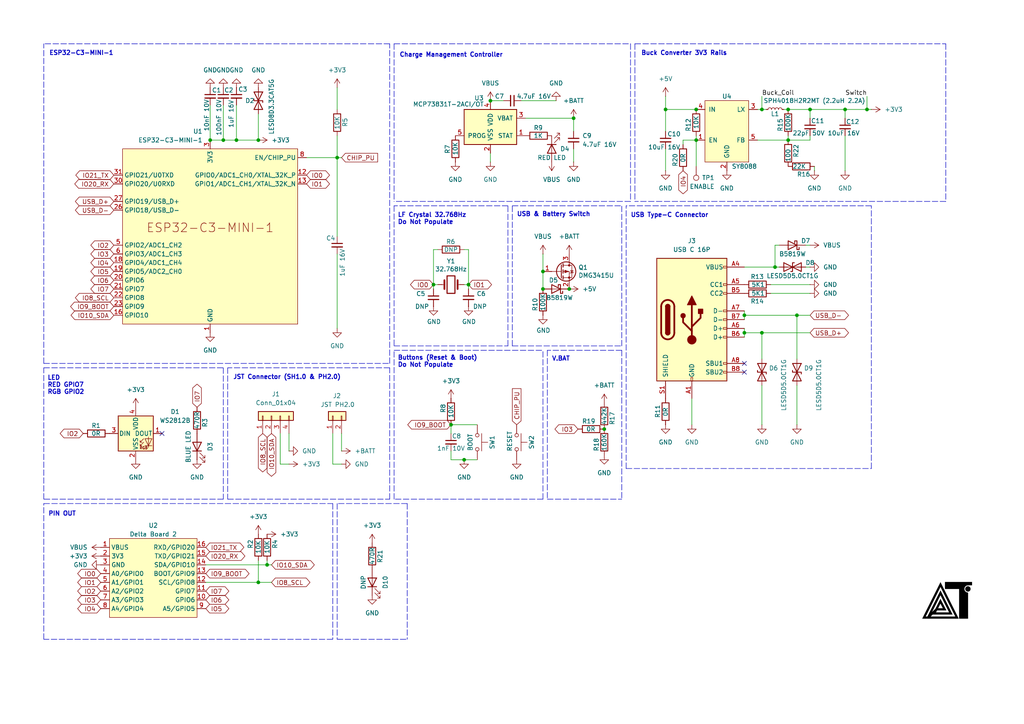
<source format=kicad_sch>
(kicad_sch (version 20231120) (generator "eeschema") (generator_version "8.0")
  (paper "A4")
  (title_block (title "esp-unit-c3-v3") (date "2025-05-04") (rev "3.0"))
  (junction (at 224.79 77.47))
  (junction (at 60.96 40.64))
  (junction (at 193.04 31.75))
  (junction (at 231.14 91.44))
  (junction (at 74.93 40.64))
  (junction (at 234.95 31.75))
  (junction (at 64.77 40.64))
  (junction (at 175.26 124.46))
  (junction (at 215.9 91.44))
  (junction (at 97.79 45.72))
  (junction (at 251.46 31.75))
  (junction (at 134.62 133.35))
  (junction (at 220.98 31.75))
  (junction (at 142.24 29.21))
  (junction (at 166.37 34.29))
  (junction (at 245.11 31.75))
  (junction (at 68.58 40.64))
  (junction (at 77.47 163.83))
  (junction (at 220.98 96.52))
  (junction (at 215.9 96.52))
  (junction (at 157.48 83.82))
  (junction (at 228.6 31.75))
  (junction (at 201.93 31.75))
  (junction (at 125.73 82.55))
  (junction (at 130.81 123.19))
  (junction (at 228.6 40.64))
  (junction (at 165.1 83.82))
  (junction (at 135.89 82.55))
  (junction (at 201.93 40.64))
  (junction (at 74.93 168.91))
  (junction (at 157.48 78.74))
  (no_connect (at 215.9 107.95))
  (no_connect (at 46.99 125.73))
  (no_connect (at 215.9 105.41))
  (wire (pts (xy 193.04 38.1) (xy 193.04 31.75)))
  (wire (pts (xy 224.79 77.47) (xy 226.06 77.47)))
  (wire (pts (xy 220.98 31.75) (xy 222.25 31.75)))
  (wire (pts (xy 251.46 27.94) (xy 251.46 31.75)))
  (wire (pts (xy 231.14 91.44) (xy 234.95 91.44)))
  (wire (pts (xy 74.93 40.64) (xy 74.93 33.02)))
  (polyline (pts (xy 12.7 105.41) (xy 12.7 12.7)) (stroke (width 0) (type dash)))
  (wire (pts (xy 99.06 134.62) (xy 96.52 134.62)))
  (wire (pts (xy 236.22 49.53) (xy 236.22 48.26)))
  (wire (pts (xy 234.95 71.12) (xy 233.68 71.12)))
  (wire (pts (xy 234.95 39.37) (xy 234.95 40.64)))
  (wire (pts (xy 146.05 29.21) (xy 142.24 29.21)))
  (wire (pts (xy 231.14 91.44) (xy 215.9 91.44)))
  (wire (pts (xy 234.95 34.29) (xy 234.95 31.75)))
  (polyline (pts (xy 12.7 105.41) (xy 113.03 105.41)) (stroke (width 0) (type dash)))
  (polyline (pts (xy 182.88 58.42) (xy 114.3 58.42)) (stroke (width 0) (type dash)))
  (polyline (pts (xy 157.48 144.78) (xy 114.3 144.78)) (stroke (width 0) (type dash)))
  (polyline (pts (xy 252.73 59.69) (xy 181.61 59.69)) (stroke (width 0) (type dash)))
  (wire (pts (xy 157.48 78.74) (xy 157.48 83.82)))
  (wire (pts (xy 77.47 163.83) (xy 78.74 163.83)))
  (wire (pts (xy 193.04 31.75) (xy 201.93 31.75)))
  (wire (pts (xy 157.48 73.66) (xy 157.48 78.74)))
  (polyline (pts (xy 97.79 146.05) (xy 97.79 185.42)) (stroke (width 0) (type dash)))
  (wire (pts (xy 234.95 31.75) (xy 245.11 31.75)))
  (wire (pts (xy 130.81 123.19) (xy 130.81 125.73)))
  (wire (pts (xy 74.93 162.56) (xy 74.93 168.91)))
  (wire (pts (xy 220.98 123.19) (xy 220.98 111.76)))
  (polyline (pts (xy 12.7 146.05) (xy 96.52 146.05)) (stroke (width 0) (type dash)))
  (polyline (pts (xy 147.32 59.69) (xy 114.3 59.69)) (stroke (width 0) (type dash)))
  (wire (pts (xy 215.9 96.52) (xy 220.98 96.52)))
  (wire (pts (xy 220.98 96.52) (xy 220.98 104.14)))
  (wire (pts (xy 228.6 39.37) (xy 228.6 40.64)))
  (wire (pts (xy 81.28 134.62) (xy 81.28 125.73)))
  (wire (pts (xy 193.04 27.94) (xy 193.04 31.75)))
  (wire (pts (xy 97.79 95.25) (xy 97.79 73.66)))
  (wire (pts (xy 83.82 125.73) (xy 83.82 130.81)))
  (polyline (pts (xy 158.75 144.78) (xy 180.34 144.78)) (stroke (width 0) (type dash)))
  (polyline (pts (xy 148.59 100.33) (xy 148.59 59.69)) (stroke (width 0) (type dash)))
  (wire (pts (xy 228.6 40.64) (xy 219.71 40.64)))
  (wire (pts (xy 99.06 130.81) (xy 99.06 125.73)))
  (polyline (pts (xy 12.7 185.42) (xy 12.7 146.05)) (stroke (width 0) (type dash)))
  (wire (pts (xy 166.37 38.1) (xy 166.37 34.29)))
  (wire (pts (xy 97.79 25.4) (xy 97.79 31.75)))
  (wire (pts (xy 215.9 96.52) (xy 215.9 97.79)))
  (polyline (pts (xy 113.03 106.68) (xy 66.04 106.68)) (stroke (width 0) (type dash)))
  (wire (pts (xy 135.89 82.55) (xy 134.62 82.55)))
  (polyline (pts (xy 181.61 135.89) (xy 252.73 135.89)) (stroke (width 0) (type dash)))
  (wire (pts (xy 215.9 77.47) (xy 224.79 77.47)))
  (wire (pts (xy 215.9 90.17) (xy 215.9 91.44)))
  (wire (pts (xy 215.9 95.25) (xy 215.9 96.52)))
  (polyline (pts (xy 148.59 100.33) (xy 180.34 100.33)) (stroke (width 0) (type dash)))
  (wire (pts (xy 166.37 46.99) (xy 166.37 43.18)))
  (polyline (pts (xy 147.32 100.33) (xy 147.32 59.69)) (stroke (width 0) (type dash)))
  (polyline (pts (xy 96.52 185.42) (xy 12.7 185.42)) (stroke (width 0) (type dash)))
  (polyline (pts (xy 113.03 144.78) (xy 113.03 106.68)) (stroke (width 0) (type dash)))
  (polyline (pts (xy 181.61 135.89) (xy 181.61 59.69)) (stroke (width 0) (type dash)))
  (wire (pts (xy 251.46 31.75) (xy 252.73 31.75)))
  (wire (pts (xy 77.47 163.83) (xy 59.69 163.83)))
  (wire (pts (xy 125.73 72.39) (xy 125.73 82.55)))
  (polyline (pts (xy 184.15 12.7) (xy 184.15 58.42)) (stroke (width 0) (type dash)))
  (polyline (pts (xy 114.3 100.33) (xy 147.32 100.33)) (stroke (width 0) (type dash)))
  (wire (pts (xy 198.12 40.64) (xy 201.93 40.64)))
  (polyline (pts (xy 113.03 105.41) (xy 113.03 12.7)) (stroke (width 0) (type dash)))
  (wire (pts (xy 231.14 111.76) (xy 231.14 123.19)))
  (polyline (pts (xy 274.32 58.42) (xy 184.15 58.42)) (stroke (width 0) (type dash)))
  (wire (pts (xy 245.11 49.53) (xy 245.11 39.37)))
  (wire (pts (xy 130.81 123.19) (xy 138.43 123.19)))
  (wire (pts (xy 198.12 41.91) (xy 198.12 40.64)))
  (wire (pts (xy 127 72.39) (xy 125.73 72.39)))
  (wire (pts (xy 88.9 45.72) (xy 97.79 45.72)))
  (wire (pts (xy 77.47 162.56) (xy 77.47 163.83)))
  (wire (pts (xy 201.93 39.37) (xy 201.93 40.64)))
  (wire (pts (xy 220.98 27.94) (xy 220.98 31.75)))
  (wire (pts (xy 97.79 39.37) (xy 97.79 45.72)))
  (polyline (pts (xy 157.48 144.78) (xy 157.48 101.6)) (stroke (width 0) (type dash)))
  (polyline (pts (xy 66.04 106.68) (xy 66.04 144.78)) (stroke (width 0) (type dash)))
  (wire (pts (xy 220.98 96.52) (xy 234.95 96.52)))
  (wire (pts (xy 83.82 134.62) (xy 81.28 134.62)))
  (wire (pts (xy 245.11 31.75) (xy 251.46 31.75)))
  (wire (pts (xy 234.95 82.55) (xy 223.52 82.55)))
  (wire (pts (xy 245.11 31.75) (xy 245.11 34.29)))
  (polyline (pts (xy 96.52 146.05) (xy 96.52 185.42)) (stroke (width 0) (type dash)))
  (wire (pts (xy 134.62 72.39) (xy 135.89 72.39)))
  (wire (pts (xy 228.6 31.75) (xy 227.33 31.75)))
  (polyline (pts (xy 12.7 144.78) (xy 12.7 106.68)) (stroke (width 0) (type dash)))
  (polyline (pts (xy 114.3 12.7) (xy 114.3 58.42)) (stroke (width 0) (type dash)))
  (polyline (pts (xy 114.3 144.78) (xy 114.3 101.6)) (stroke (width 0) (type dash)))
  (polyline (pts (xy 180.34 101.6) (xy 158.75 101.6)) (stroke (width 0) (type dash)))
  (wire (pts (xy 231.14 104.14) (xy 231.14 91.44)))
  (wire (pts (xy 142.24 46.99) (xy 142.24 44.45)))
  (polyline (pts (xy 158.75 101.6) (xy 158.75 144.78)) (stroke (width 0) (type dash)))
  (wire (pts (xy 234.95 85.09) (xy 223.52 85.09)))
  (polyline (pts (xy 180.34 101.6) (xy 180.34 144.78)) (stroke (width 0) (type dash)))
  (wire (pts (xy 234.95 77.47) (xy 233.68 77.47)))
  (polyline (pts (xy 180.34 100.33) (xy 180.34 59.69)) (stroke (width 0) (type dash)))
  (wire (pts (xy 193.04 49.53) (xy 193.04 43.18)))
  (wire (pts (xy 224.79 71.12) (xy 224.79 77.47)))
  (polyline (pts (xy 184.15 12.7) (xy 274.32 12.7)) (stroke (width 0) (type dash)))
  (wire (pts (xy 125.73 82.55) (xy 127 82.55)))
  (polyline (pts (xy 274.32 12.7) (xy 274.32 58.42)) (stroke (width 0) (type dash)))
  (wire (pts (xy 161.29 29.21) (xy 151.13 29.21)))
  (wire (pts (xy 60.96 40.64) (xy 64.77 40.64)))
  (wire (pts (xy 64.77 40.64) (xy 68.58 40.64)))
  (wire (pts (xy 201.93 48.26) (xy 201.93 40.64)))
  (wire (pts (xy 59.69 168.91) (xy 74.93 168.91)))
  (wire (pts (xy 125.73 83.82) (xy 125.73 82.55)))
  (polyline (pts (xy 148.59 59.69) (xy 180.34 59.69)) (stroke (width 0) (type dash)))
  (polyline (pts (xy 66.04 144.78) (xy 113.03 144.78)) (stroke (width 0) (type dash)))
  (wire (pts (xy 234.95 40.64) (xy 228.6 40.64)))
  (polyline (pts (xy 252.73 135.89) (xy 252.73 59.69)) (stroke (width 0) (type dash)))
  (wire (pts (xy 224.79 71.12) (xy 226.06 71.12)))
  (wire (pts (xy 74.93 168.91) (xy 78.74 168.91)))
  (wire (pts (xy 234.95 31.75) (xy 228.6 31.75)))
  (wire (pts (xy 138.43 133.35) (xy 134.62 133.35)))
  (wire (pts (xy 68.58 40.64) (xy 74.93 40.64)))
  (polyline (pts (xy 118.11 146.05) (xy 118.11 185.42)) (stroke (width 0) (type dash)))
  (wire (pts (xy 135.89 72.39) (xy 135.89 82.55)))
  (wire (pts (xy 60.96 30.48) (xy 60.96 40.64)))
  (polyline (pts (xy 113.03 12.7) (xy 12.7 12.7)) (stroke (width 0) (type dash)))
  (wire (pts (xy 135.89 83.82) (xy 135.89 82.55)))
  (polyline (pts (xy 64.77 144.78) (xy 12.7 144.78)) (stroke (width 0) (type dash)))
  (polyline (pts (xy 114.3 59.69) (xy 114.3 100.33)) (stroke (width 0) (type dash)))
  (polyline (pts (xy 182.88 12.7) (xy 182.88 58.42)) (stroke (width 0) (type dash)))
  (wire (pts (xy 219.71 31.75) (xy 220.98 31.75)))
  (wire (pts (xy 97.79 68.58) (xy 97.79 45.72)))
  (wire (pts (xy 215.9 91.44) (xy 215.9 92.71)))
  (wire (pts (xy 130.81 133.35) (xy 130.81 130.81)))
  (polyline (pts (xy 118.11 146.05) (xy 97.79 146.05)) (stroke (width 0) (type dash)))
  (wire (pts (xy 64.77 30.48) (xy 64.77 40.64)))
  (wire (pts (xy 200.66 123.19) (xy 200.66 115.57)))
  (polyline (pts (xy 114.3 101.6) (xy 157.48 101.6)) (stroke (width 0) (type dash)))
  (wire (pts (xy 134.62 133.35) (xy 130.81 133.35)))
  (polyline (pts (xy 114.3 12.7) (xy 182.88 12.7)) (stroke (width 0) (type dash)))
  (wire (pts (xy 97.79 45.72) (xy 99.06 45.72)))
  (polyline (pts (xy 64.77 106.68) (xy 64.77 144.78)) (stroke (width 0) (type dash)))
  (polyline (pts (xy 97.79 185.42) (xy 118.11 185.42)) (stroke (width 0) (type dash)))
  (wire (pts (xy 68.58 30.48) (xy 68.58 40.64)))
  (wire (pts (xy 96.52 134.62) (xy 96.52 125.73)))
  (wire (pts (xy 166.37 34.29) (xy 152.4 34.29)))
  (polyline (pts (xy 12.7 106.68) (xy 64.77 106.68)) (stroke (width 0) (type dash)))
  (image (at 274.32 173.99) (scale 0.359998))
  (text "LED\nRED GPIO7\nRGB GPIO2" (at 13.716 114.554 0) (effects (font (size 1.27 1.27) (thickness 0.254) (bold yes)) (justify left bottom)))
  (text "LF Crystal 32.768Hz \nDo Not Populate" (at 115.316 65.278 0) (effects (font (size 1.27 1.27) (thickness 0.254) (bold yes)) (justify left bottom)))
  (text "JST Connector (SH1.0 & PH2.0)\n" (at 67.564 110.236 0) (effects (font (size 1.27 1.27) (thickness 0.254) (bold yes)) (justify left bottom)))
  (text "Charge Management Controller" (at 115.824 16.764 0) (effects (font (size 1.27 1.27) (thickness 0.254) (bold yes)) (justify left bottom)))
  (text "PIN OUT\n" (at 13.97 149.86 0) (effects (font (size 1.27 1.27) (thickness 0.254) (bold yes)) (justify left bottom)))
  (text "Buck Converter 3V3 Rails" (at 185.928 16.256 0) (effects (font (size 1.27 1.27) (thickness 0.254) (bold yes)) (justify left bottom)))
  (text "USB & Battery Switch" (at 149.86 62.992 0) (effects (font (size 1.27 1.27) (thickness 0.254) (bold yes)) (justify left bottom)))
  (text "Buttons (Reset & Boot)\nDo Not Populate\n" (at 115.316 106.68 0) (effects (font (size 1.27 1.27) (thickness 0.254) (bold yes)) (justify left bottom)))
  (text "V.BAT" (at 160.02 104.902 0) (effects (font (size 1.27 1.27) (thickness 0.254) (bold yes)) (justify left bottom)))
  (text "USB Type-C Connector" (at 182.88 63.246 0) (effects (font (size 1.27 1.27) (thickness 0.254) (bold yes)) (justify left bottom)))
  (text "ESP32-C3-MINI-1\n" (at 14.224 16.256 0) (effects (font (size 1.27 1.27) (thickness 0.254) (bold yes)) (justify left bottom)))
  (label "Buck_Coil" (at 220.98 27.94 0))
  (label "Switch" (at 251.46 27.94 180))
  (global_label "IO4" (shape bidirectional) (at 198.12 49.53 270) (property "Intersheetrefs" "${INTERSHEET_REFS}" (effects (hide yes))))
  (global_label "IO7" (shape bidirectional) (at 59.69 171.45 0) (property "Intersheetrefs" "${INTERSHEET_REFS}" (effects (hide yes))))
  (global_label "USB_D+" (shape bidirectional) (at 234.95 96.52 0) (property "Intersheetrefs" "${INTERSHEET_REFS}" (effects (hide yes))))
  (global_label "CHIP_PU" (shape input) (at 99.06 45.72 0) (property "Intersheetrefs" "${INTERSHEET_REFS}" (effects (hide yes))))
  (global_label "IO5" (shape bidirectional) (at 59.69 176.53 0) (property "Intersheetrefs" "${INTERSHEET_REFS}" (effects (hide yes))))
  (global_label "IO10_SDA" (shape bidirectional) (at 78.74 163.83 0) (property "Intersheetrefs" "${INTERSHEET_REFS}" (effects (hide yes))))
  (global_label "IO10_SDA" (shape bidirectional) (at 33.02 91.44 180) (property "Intersheetrefs" "${INTERSHEET_REFS}" (effects (hide yes))))
  (global_label "IO8_SCL" (shape bidirectional) (at 76.2 125.73 270) (property "Intersheetrefs" "${INTERSHEET_REFS}" (effects (hide yes))))
  (global_label "IO21_TX" (shape bidirectional) (at 33.02 50.8 180) (property "Intersheetrefs" "${INTERSHEET_REFS}" (effects (hide yes))))
  (global_label "IO3" (shape bidirectional) (at 33.02 73.66 180) (property "Intersheetrefs" "${INTERSHEET_REFS}" (effects (hide yes))))
  (global_label "IO20_RX" (shape bidirectional) (at 59.69 161.29 0) (property "Intersheetrefs" "${INTERSHEET_REFS}" (effects (hide yes))))
  (global_label "IO2" (shape bidirectional) (at 33.02 71.12 180) (property "Intersheetrefs" "${INTERSHEET_REFS}" (effects (hide yes))))
  (global_label "IO9_BOOT" (shape bidirectional) (at 33.02 88.9 180) (property "Intersheetrefs" "${INTERSHEET_REFS}" (effects (hide yes))))
  (global_label "IO1" (shape bidirectional) (at 29.21 168.91 180) (property "Intersheetrefs" "${INTERSHEET_REFS}" (effects (hide yes))))
  (global_label "CHIP_PU" (shape input) (at 149.86 123.19 90) (property "Intersheetrefs" "${INTERSHEET_REFS}" (effects (hide yes))))
  (global_label "IO0" (shape bidirectional) (at 29.21 166.37 180) (property "Intersheetrefs" "${INTERSHEET_REFS}" (effects (hide yes))))
  (global_label "IO0" (shape bidirectional) (at 125.73 82.55 180) (property "Intersheetrefs" "${INTERSHEET_REFS}" (effects (hide yes))))
  (global_label "USB_D-" (shape bidirectional) (at 234.95 91.44 0) (property "Intersheetrefs" "${INTERSHEET_REFS}" (effects (hide yes))))
  (global_label "IO3" (shape bidirectional) (at 167.64 124.46 180) (property "Intersheetrefs" "${INTERSHEET_REFS}" (effects (hide yes))))
  (global_label "IO10_SDA" (shape bidirectional) (at 78.74 125.73 270) (property "Intersheetrefs" "${INTERSHEET_REFS}" (effects (hide yes))))
  (global_label "IO4" (shape bidirectional) (at 29.21 176.53 180) (property "Intersheetrefs" "${INTERSHEET_REFS}" (effects (hide yes))))
  (global_label "IO1" (shape bidirectional) (at 135.89 82.55 0) (property "Intersheetrefs" "${INTERSHEET_REFS}" (effects (hide yes))))
  (global_label "IO9_BOOT" (shape bidirectional) (at 130.81 123.19 180) (property "Intersheetrefs" "${INTERSHEET_REFS}" (effects (hide yes))))
  (global_label "IO7" (shape bidirectional) (at 33.02 83.82 180) (property "Intersheetrefs" "${INTERSHEET_REFS}" (effects (hide yes))))
  (global_label "IO9_BOOT" (shape bidirectional) (at 59.69 166.37 0) (property "Intersheetrefs" "${INTERSHEET_REFS}" (effects (hide yes))))
  (global_label "IO8_SCL" (shape bidirectional) (at 33.02 86.36 180) (property "Intersheetrefs" "${INTERSHEET_REFS}" (effects (hide yes))))
  (global_label "USB_D-" (shape bidirectional) (at 33.02 60.96 180) (property "Intersheetrefs" "${INTERSHEET_REFS}" (effects (hide yes))))
  (global_label "IO5" (shape bidirectional) (at 33.02 78.74 180) (property "Intersheetrefs" "${INTERSHEET_REFS}" (effects (hide yes))))
  (global_label "IO8_SCL" (shape bidirectional) (at 78.74 168.91 0) (property "Intersheetrefs" "${INTERSHEET_REFS}" (effects (hide yes))))
  (global_label "IO3" (shape bidirectional) (at 29.21 173.99 180) (property "Intersheetrefs" "${INTERSHEET_REFS}" (effects (hide yes))))
  (global_label "IO4" (shape bidirectional) (at 33.02 76.2 180) (property "Intersheetrefs" "${INTERSHEET_REFS}" (effects (hide yes))))
  (global_label "IO21_TX" (shape bidirectional) (at 59.69 158.75 0) (property "Intersheetrefs" "${INTERSHEET_REFS}" (effects (hide yes))))
  (global_label "USB_D+" (shape bidirectional) (at 33.02 58.42 180) (property "Intersheetrefs" "${INTERSHEET_REFS}" (effects (hide yes))))
  (global_label "IO7" (shape bidirectional) (at 57.15 118.11 90) (property "Intersheetrefs" "${INTERSHEET_REFS}" (effects (hide yes))))
  (global_label "IO6" (shape bidirectional) (at 59.69 173.99 0) (property "Intersheetrefs" "${INTERSHEET_REFS}" (effects (hide yes))))
  (global_label "IO1" (shape bidirectional) (at 88.9 53.34 0) (property "Intersheetrefs" "${INTERSHEET_REFS}" (effects (hide yes))))
  (global_label "IO20_RX" (shape bidirectional) (at 33.02 53.34 180) (property "Intersheetrefs" "${INTERSHEET_REFS}" (effects (hide yes))))
  (global_label "IO6" (shape bidirectional) (at 33.02 81.28 180) (property "Intersheetrefs" "${INTERSHEET_REFS}" (effects (hide yes))))
  (global_label "IO2" (shape bidirectional) (at 29.21 171.45 180) (property "Intersheetrefs" "${INTERSHEET_REFS}" (effects (hide yes))))
  (global_label "IO2" (shape bidirectional) (at 24.13 125.73 180) (property "Intersheetrefs" "${INTERSHEET_REFS}" (effects (hide yes))))
  (global_label "IO0" (shape bidirectional) (at 88.9 50.8 0) (property "Intersheetrefs" "${INTERSHEET_REFS}" (effects (hide yes))))
  (symbol (lib_id "power:GND") (at 234.95 85.09 90) (unit 1)
    (property "Reference" "#PWR045" (effects (hide yes)))
    (property "Value" "GND" (at 238.76 85.0899 90) (effects (justify right)))
    (property "Description" "Power symbol creates a global label with name \"GND\" , ground" (effects (hide yes)))
  )
  (symbol (lib_id "Device:C_Small") (at 135.89 86.36 0) (unit 1) (in_bom no)
    (property "Reference" "C6" (at 138.2268 85.1916 0) (effects (justify left)))
    (property "Value" "DNP" (at 137.16 88.9 0) (effects (justify left)))
    (property "Footprint" "Capacitor_SMD:C_0402_1005Metric" (effects (hide yes)))
  )
  (symbol (lib_id "power:+3V3") (at 83.82 134.62 270) (unit 1)
    (property "Reference" "#PWR015" (effects (hide yes)))
    (property "Value" "+3V3" (at 87.63 134.6199 90) (effects (justify left)))
    (property "Description" "Power symbol creates a global label with name \"+3V3\"" (effects (hide yes)))
  )
  (symbol (lib_id "power:GND") (at 236.22 49.53 0) (unit 1)
    (property "Reference" "#PWR040" (effects (hide yes)))
    (property "Value" "GND" (at 236.22 54.61 0))
    (property "Description" "Power symbol creates a global label with name \"GND\" , ground" (effects (hide yes)))
  )
  (symbol (lib_id "Device:C_Small") (at 148.59 29.21 270) (unit 1)
    (property "Reference" "C7" (at 143.51 27.94 90) (effects (justify left)))
    (property "Value" "4.7uF 16V" (at 149.86 27.94 90) (effects (justify left)))
    (property "Footprint" "Capacitor_SMD:C_0603_1608Metric" (effects (hide yes)))
    (property "LCSC" "C19666" (effects (hide yes)))
  )
  (symbol (lib_id "Device:R") (at 171.45 124.46 90) (unit 1)
    (property "Reference" "R19" (at 172.72 122.174 90) (effects (justify left)))
    (property "Value" "0R" (at 172.72 124.46 90) (effects (justify left)))
    (property "Footprint" "Resistor_SMD:R_0402_1005Metric" (effects (hide yes)))
    (property "Description" "Resistor" (effects (hide yes)))
    (property "LCSC" "C17168" (effects (hide yes)))
  )
  (symbol (lib_id "power:VBUS") (at 160.02 46.99 180) (unit 1)
    (property "Reference" "#PWR027" (effects (hide yes)))
    (property "Value" "VBUS" (at 160.02 52.07 0))
    (property "Description" "Power symbol creates a global label with name \"VBUS\"" (effects (hide yes)))
  )
  (symbol (lib_id "Connector_Generic:Conn_01x02") (at 96.52 120.65 90) (unit 1)
    (property "Reference" "J2" (at 96.52 114.808 90) (effects (justify right)))
    (property "Value" "JST PH2.0" (at 92.964 117.348 90) (effects (justify right)))
    (property "Footprint" "DeltaT32:JST_PH2.0" (effects (hide yes)))
    (property "Description" "Generic connector, single row, 01x02, script generated (kicad-library-utils/schlib/autogen/connector/)" (effects (hide yes)))
  )
  (symbol (lib_id "Device:R") (at 175.26 120.65 0) (mirror x) (unit 1)
    (property "Reference" "R17" (at 177.546 119.38 90) (effects (justify left)))
    (property "Value" "442K" (at 175.26 118.11 90) (effects (justify left)))
    (property "Footprint" "Resistor_SMD:R_0805_2012Metric" (effects (hide yes)))
    (property "Description" "Resistor" (effects (hide yes)))
    (property "LCSC" "C17699" (effects (hide yes)))
  )
  (symbol (lib_id "power:+3V3") (at 130.81 115.57 0) (unit 1)
    (property "Reference" "#PWR023" (effects (hide yes)))
    (property "Value" "+3V3" (at 130.81 110.49 0))
    (property "Description" "Power symbol creates a global label with name \"+3V3\"" (effects (hide yes)))
  )
  (symbol (lib_id "Device:D_TVS") (at 229.87 77.47 0) (unit 1)
    (property "Reference" "D8" (at 234.95 76.2 0))
    (property "Value" "LESD5D5.0CT1G" (at 229.87 80.01 0))
    (property "Footprint" "Diode_SMD:D_SOD-523" (effects (hide yes)))
    (property "LCSC" "C383211" (effects (hide yes)))
  )
  (symbol (lib_id "Device:D_TVS") (at 220.98 107.95 270) (unit 1)
    (property "Reference" "D6" (at 223.012 106.7816 90) (effects (justify left)))
    (property "Value" "LESD5D5.0CT1G" (at 227.33 104.14 0) (effects (justify left)))
    (property "Footprint" "Diode_SMD:D_SOD-523" (effects (hide yes)))
    (property "LCSC" "C383211" (effects (hide yes)))
  )
  (symbol (lib_id "Switch:SW_Push") (at 149.86 128.27 270) (unit 1)
    (property "Reference" "SW2" (at 154.178 126.238 0) (effects (justify left)))
    (property "Value" "RESET" (at 147.828 124.968 0) (effects (justify left)))
    (property "Footprint" "Button_Switch_SMD:SW_Push_SPST_NO_Alps_SKRK" (effects (hide yes)))
    (property "Description" "Push button switch, generic, two pins" (effects (hide yes)))
  )
  (symbol (lib_id "power:GND") (at 234.95 82.55 90) (unit 1)
    (property "Reference" "#PWR044" (effects (hide yes)))
    (property "Value" "GND" (at 238.76 82.5499 90) (effects (justify right)))
    (property "Description" "Power symbol creates a global label with name \"GND\" , ground" (effects (hide yes)))
  )
  (symbol (lib_id "Connector:TestPoint") (at 201.93 48.26 0) (mirror x) (unit 1)
    (property "Reference" "TP1" (at 207.264 51.562 0) (effects (justify right)))
    (property "Value" "ENABLE" (at 207.264 54.102 0) (effects (justify right)))
    (property "Footprint" "TestPoint:TestPoint_Pad_D1.0mm" (effects (hide yes)))
    (property "Description" "test point" (effects (hide yes)))
  )
  (symbol (lib_id "power:GND") (at 60.96 25.4 180) (unit 1)
    (property "Reference" "#PWR01" (effects (hide yes)))
    (property "Value" "GND" (at 60.96 20.32 0))
    (property "Description" "Power symbol creates a global label with name \"GND\" , ground" (effects (hide yes)))
  )
  (symbol (lib_id "Device:D_TVS") (at 231.14 107.95 270) (unit 1)
    (property "Reference" "D9" (at 233.172 106.7816 90) (effects (justify left)))
    (property "Value" "LESD5D5.0CT1G" (at 237.49 104.14 0) (effects (justify left)))
    (property "Footprint" "Diode_SMD:D_SOD-523" (effects (hide yes)))
    (property "LCSC" "C383211" (effects (hide yes)))
  )
  (symbol (lib_id "power:+3V3") (at 39.37 118.11 0) (unit 1)
    (property "Reference" "#PWR03" (effects (hide yes)))
    (property "Value" "+3V3" (at 39.37 113.03 0))
    (property "Description" "Power symbol creates a global label with name \"+3V3\"" (effects (hide yes)))
  )
  (symbol (lib_id "power:+3V3") (at 97.79 25.4 0) (unit 1)
    (property "Reference" "#PWR012" (effects (hide yes)))
    (property "Value" "+3V3" (at 97.79 20.32 0))
    (property "Description" "Power symbol creates a global label with name \"+3V3\"" (effects (hide yes)))
  )
  (symbol (lib_id "Connector_Generic:Conn_01x04") (at 78.74 120.65 90) (unit 1)
    (property "Reference" "J1" (at 80.01 114.3 90))
    (property "Value" "Conn_01x04" (at 80.01 116.84 90))
    (property "Footprint" "Connector_PinHeader_1.00mm:PinHeader_1x04_P1.00mm_Vertical" (effects (hide yes)))
    (property "Description" "Generic connector, single row, 01x04, script generated (kicad-library-utils/schlib/autogen/connector/)" (effects (hide yes)))
  )
  (symbol (lib_id "Device:R") (at 228.6 35.56 180) (unit 1)
    (property "Reference" "R15" (at 226.314 34.29 90) (effects (justify left)))
    (property "Value" "100K" (at 228.6 33.02 90) (effects (justify left)))
    (property "Footprint" "Resistor_SMD:R_0402_1005Metric" (effects (hide yes)))
    (property "Description" "Resistor" (effects (hide yes)))
    (property "LCSC" "C25741" (effects (hide yes)))
  )
  (symbol (lib_id "power:GND") (at 60.96 96.52 0) (unit 1)
    (property "Reference" "#PWR02" (effects (hide yes)))
    (property "Value" "GND" (at 60.96 101.6 0))
    (property "Description" "Power symbol creates a global label with name \"GND\" , ground" (effects (hide yes)))
  )
  (symbol (lib_id "power:GND") (at 135.89 88.9 0) (unit 1)
    (property "Reference" "#PWR020" (effects (hide yes)))
    (property "Value" "GND" (at 136.017 93.2942 0))
  )
  (symbol (lib_id "Device:C_Small") (at 193.04 40.64 0) (unit 1)
    (property "Reference" "C10" (at 193.548 38.862 0) (effects (justify left)))
    (property "Value" "10uF 16V" (at 187.96 42.672 0) (effects (justify left)))
    (property "Footprint" "Capacitor_SMD:C_0805_2012Metric" (effects (hide yes)))
    (property "LCSC" "C15850" (effects (hide yes)))
  )
  (symbol (lib_id "PCM_Espressif:ESP32-C3-MINI-1") (at 60.96 68.58 0) (mirror y) (unit 1)
    (property "Reference" "U1" (at 58.7659 38.1 0) (effects (justify left)))
    (property "Value" "ESP32-C3-MINI-1" (at 58.7659 40.64 0) (effects (justify left)))
    (property "Footprint" "PCM_Espressif:ESP32-C3-MINI-1" (effects (hide yes)))
    (property "Datasheet" "https://www.espressif.com/sites/default/files/documentation/esp32-c3-mini-1_datasheet_en.pdf" (effects (hide yes)))
    (property "Description" "ESP32-C3-MINI-1 family is an ultra-low-power MCU-based SoC solution that supports 2.4 GHz Wi-Fi and Bluetooth®Low Energy (Bluetooth LE)." (effects (hide yes)))
    (property "LCSC" "C2838502" (effects (hide yes)))
  )
  (symbol (lib_id "power:+3V3") (at 252.73 31.75 270) (unit 1)
    (property "Reference" "#PWR047" (effects (hide yes)))
    (property "Value" "+3V3" (at 256.54 31.7499 90) (effects (justify left)))
    (property "Description" "Power symbol creates a global label with name \"+3V3\"" (effects (hide yes)))
  )
  (symbol (lib_id "power:VBUS") (at 157.48 73.66 0) (unit 1)
    (property "Reference" "#PWR024" (effects (hide yes)))
    (property "Value" "VBUS" (at 157.48 68.58 0))
    (property "Description" "Power symbol creates a global label with name \"VBUS\"" (effects (hide yes)))
  )
  (symbol (lib_id "Device:C_Small") (at 97.79 71.12 0) (mirror y) (unit 1)
    (property "Reference" "C4" (at 97.282 69.088 0) (effects (justify left)))
    (property "Value" "1uF 16V" (at 99.314 80.264 90) (effects (justify left)))
    (property "Footprint" "Capacitor_SMD:C_0402_1005Metric" (effects (hide yes)))
    (property "LCSC" "C52923" (effects (hide yes)))
  )
  (symbol (lib_id "power:GND") (at 97.79 95.25 0) (unit 1)
    (property "Reference" "#PWR013" (effects (hide yes)))
    (property "Value" "GND" (at 97.79 100.33 0))
    (property "Description" "Power symbol creates a global label with name \"GND\" , ground" (effects (hide yes)))
  )
  (symbol (lib_id "Device:R") (at 130.81 119.38 180) (unit 1)
    (property "Reference" "R8" (at 128.524 117.094 90) (effects (justify left)))
    (property "Value" "10K" (at 130.81 117.348 90) (effects (justify left)))
    (property "Footprint" "Resistor_SMD:R_0402_1005Metric" (effects (hide yes)))
    (property "Description" "Resistor" (effects (hide yes)))
    (property "LCSC" "C25744" (effects (hide yes)))
  )
  (symbol (lib_id "power:GND") (at 157.48 91.44 0) (unit 1)
    (property "Reference" "#PWR025" (effects (hide yes)))
    (property "Value" "GND" (at 157.607 95.8342 0))
  )
  (symbol (lib_id "Device:D_TVS") (at 74.93 29.21 270) (unit 1)
    (property "Reference" "D2" (at 71.12 29.21 90) (effects (justify left)))
    (property "Value" "LESD8D3.3CAT5G" (at 78.74 22.86 0) (effects (justify left)))
    (property "Footprint" "Diode_SMD:D_SOD-882" (effects (hide yes)))
    (property "LCSC" "C172409" (effects (hide yes)))
  )
  (symbol (lib_id "Device:C_Small") (at 130.81 128.27 0) (unit 1) (in_bom no)
    (property "Reference" "C8" (at 131.064 126.492 0) (effects (justify left)))
    (property "Value" "1nF 10V" (at 126.746 130.048 0) (effects (justify left)))
    (property "Footprint" "Capacitor_SMD:C_0402_1005Metric" (effects (hide yes)))
    (property "LCSC" "C1523" (effects (hide yes)))
  )
  (symbol (lib_id "power:GND") (at 99.06 134.62 90) (unit 1)
    (property "Reference" "#PWR017" (effects (hide yes)))
    (property "Value" "GND" (at 102.87 134.6199 90) (effects (justify right)))
    (property "Description" "Power symbol creates a global label with name \"GND\" , ground" (effects (hide yes)))
  )
  (symbol (lib_id "Device:R") (at 156.21 39.37 90) (unit 1)
    (property "Reference" "R9" (at 157.48 37.084 90) (effects (justify left)))
    (property "Value" "1K" (at 157.48 39.37 90) (effects (justify left)))
    (property "Footprint" "Resistor_SMD:R_0402_1005Metric" (effects (hide yes)))
    (property "Description" "Resistor" (effects (hide yes)))
    (property "LCSC" "C11702" (effects (hide yes)))
  )
  (symbol (lib_id "Custom:DeltaT32-Board-1") (at 44.45 168.91 0) (unit 1)
    (property "Reference" "U2" (at 44.45 152.4 0))
    (property "Value" "Delta Board 2" (at 44.45 154.94 0))
    (property "Footprint" "DeltaT32:Delta_Board-2" (effects (hide yes)))
  )
  (symbol (lib_id "power:GND") (at 220.98 123.19 0) (unit 1)
    (property "Reference" "#PWR039" (effects (hide yes)))
    (property "Value" "GND" (at 220.98 128.27 0))
    (property "Description" "Power symbol creates a global label with name \"GND\" , ground" (effects (hide yes)))
  )
  (symbol (lib_id "power:+BATT") (at 166.37 34.29 0) (unit 1)
    (property "Reference" "#PWR031" (effects (hide yes)))
    (property "Value" "+BATT" (at 166.37 29.21 0))
    (property "Description" "Power symbol creates a global label with name \"+BATT\"" (effects (hide yes)))
  )
  (symbol (lib_id "Device:R") (at 201.93 35.56 180) (unit 1)
    (property "Reference" "R12" (at 199.644 34.29 90) (effects (justify left)))
    (property "Value" "10K" (at 201.93 33.528 90) (effects (justify left)))
    (property "Footprint" "Resistor_SMD:R_0402_1005Metric" (effects (hide yes)))
    (property "Description" "Resistor" (effects (hide yes)))
    (property "LCSC" "C25744" (effects (hide yes)))
  )
  (symbol (lib_id "Connector:USB_C_Receptacle_USB2.0_16P") (at 200.66 92.71 0) (unit 1)
    (property "Reference" "J3" (at 200.66 69.85 0))
    (property "Value" "USB C 16P" (at 200.66 72.39 0))
    (property "Footprint" "Connector_USB:USB_C_Receptacle_GCT_USB4105-xx-A_16P_TopMnt_Horizontal" (effects (hide yes)))
    (property "Datasheet" "https://www.usb.org/sites/default/files/documents/usb_type-c.zip" (effects (hide yes)))
    (property "Description" "USB 2.0-only 16P Type-C Receptacle connector" (effects (hide yes)))
    (property "PARTREV" "A3" (effects (hide yes)))
    (property "STANDARD" "Manufacturer Recommendations" (effects (hide yes)))
    (property "MAXIMUM_PACKAGE_HEIGHT" "3.31 mm" (effects (hide yes)))
    (property "MANUFACTURER" "GCT" (effects (hide yes)))
    (property "LCSC" "C165948" (effects (hide yes)))
  )
  (symbol (lib_id "Device:C_Small") (at 234.95 36.83 0) (unit 1)
    (property "Reference" "C11" (at 235.204 35.052 0) (effects (justify left)))
    (property "Value" "22pF 50V" (at 229.87 38.608 0) (effects (justify left)))
    (property "Footprint" "Capacitor_SMD:C_0603_1608Metric" (effects (hide yes)))
    (property "LCSC" "C1653" (effects (hide yes)))
  )
  (symbol (lib_id "Rust_Board:SY8088") (at 210.82 38.1 0) (unit 1)
    (property "Reference" "U4" (at 210.82 27.94 0))
    (property "Value" "SY8088" (at 215.9 48.26 0))
    (property "Footprint" "Package_TO_SOT_SMD:SOT-23-5" (effects (hide yes)))
    (property "LCSC" "C479072" (effects (hide yes)))
  )
  (symbol (lib_id "power:GND") (at 175.26 132.08 0) (unit 1)
    (property "Reference" "#PWR048" (effects (hide yes)))
    (property "Value" "GND" (at 175.26 137.16 0))
    (property "Description" "Power symbol creates a global label with name \"GND\" , ground" (effects (hide yes)))
  )
  (symbol (lib_id "power:GND") (at 125.73 88.9 0) (unit 1)
    (property "Reference" "#PWR018" (effects (hide yes)))
    (property "Value" "GND" (at 125.857 93.2942 0))
  )
  (symbol (lib_id "power:GND") (at 64.77 25.4 180) (unit 1)
    (property "Reference" "#PWR05" (effects (hide yes)))
    (property "Value" "GND" (at 64.77 20.32 0))
    (property "Description" "Power symbol creates a global label with name \"GND\" , ground" (effects (hide yes)))
  )
  (symbol (lib_id "Device:R") (at 27.94 125.73 90) (unit 1)
    (property "Reference" "R1" (at 29.21 123.444 90) (effects (justify left)))
    (property "Value" "0R" (at 29.21 125.73 90) (effects (justify left)))
    (property "Footprint" "Resistor_SMD:R_0402_1005Metric" (effects (hide yes)))
    (property "Description" "Resistor" (effects (hide yes)))
    (property "LCSC" "C17168" (effects (hide yes)))
  )
  (symbol (lib_id "power:GND") (at 200.66 123.19 0) (unit 1)
    (property "Reference" "#PWR037" (effects (hide yes)))
    (property "Value" "GND" (at 200.66 128.27 0))
    (property "Description" "Power symbol creates a global label with name \"GND\" , ground" (effects (hide yes)))
  )
  (symbol (lib_id "Device:R") (at 219.71 85.09 270) (mirror x) (unit 1)
    (property "Reference" "R14" (at 217.678 87.376 90) (effects (justify left)))
    (property "Value" "5K1" (at 217.932 85.09 90) (effects (justify left)))
    (property "Footprint" "Resistor_SMD:R_0402_1005Metric" (effects (hide yes)))
    (property "Description" "Resistor" (effects (hide yes)))
    (property "LCSC" "C25905" (effects (hide yes)))
  )
  (symbol (lib_id "power:+BATT") (at 175.26 116.84 0) (unit 1)
    (property "Reference" "#PWR049" (effects (hide yes)))
    (property "Value" "+BATT" (at 175.26 111.76 0))
    (property "Description" "Power symbol creates a global label with name \"+BATT\"" (effects (hide yes)))
  )
  (symbol (lib_id "power:GND") (at 142.24 46.99 0) (unit 1)
    (property "Reference" "#PWR022" (effects (hide yes)))
    (property "Value" "GND" (at 142.24 52.07 0))
    (property "Description" "Power symbol creates a global label with name \"GND\" , ground" (effects (hide yes)))
  )
  (symbol (lib_id "Device:C_Small") (at 245.11 36.83 0) (unit 1)
    (property "Reference" "C12" (at 245.364 35.306 0) (effects (justify left)))
    (property "Value" "10uF 16V" (at 240.03 38.608 0) (effects (justify left)))
    (property "Footprint" "Capacitor_SMD:C_0805_2012Metric" (effects (hide yes)))
    (property "LCSC" "C15850" (effects (hide yes)))
  )
  (symbol (lib_id "Device:Crystal") (at 130.81 82.55 0) (unit 1) (in_bom no)
    (property "Reference" "Y1" (at 130.81 75.7428 0))
    (property "Value" "32.768Hz" (at 130.81 78.0542 0))
    (property "Footprint" "Crystal:Crystal_SMD_3215-2Pin_3.2x1.5mm" (effects (hide yes)))
  )
  (symbol (lib_id "Device:C_Small") (at 64.77 27.94 0) (unit 1)
    (property "Reference" "C2" (at 65.024 26.162 0) (effects (justify left)))
    (property "Value" "100nF 10V" (at 63.5 39.37 90) (effects (justify left)))
    (property "Footprint" "Capacitor_SMD:C_0402_1005Metric" (effects (hide yes)))
    (property "LCSC" "C1525" (effects (hide yes)))
  )
  (symbol (lib_id "power:GND") (at 193.04 123.19 0) (unit 1)
    (property "Reference" "#PWR036" (effects (hide yes)))
    (property "Value" "GND" (at 193.04 128.27 0))
    (property "Description" "Power symbol creates a global label with name \"GND\" , ground" (effects (hide yes)))
  )
  (symbol (lib_id "power:GND") (at 68.58 25.4 180) (unit 1)
    (property "Reference" "#PWR06" (effects (hide yes)))
    (property "Value" "GND" (at 68.58 20.32 0))
    (property "Description" "Power symbol creates a global label with name \"GND\" , ground" (effects (hide yes)))
  )
  (symbol (lib_id "power:GND") (at 134.62 133.35 0) (unit 1)
    (property "Reference" "#PWR026" (effects (hide yes)))
    (property "Value" "GND" (at 134.62 138.43 0))
    (property "Description" "Power symbol creates a global label with name \"GND\" , ground" (effects (hide yes)))
  )
  (symbol (lib_id "power:GND") (at 149.86 133.35 0) (unit 1)
    (property "Reference" "#PWR033" (effects (hide yes)))
    (property "Value" "GND" (at 149.86 138.43 0))
    (property "Description" "Power symbol creates a global label with name \"GND\" , ground" (effects (hide yes)))
  )
  (symbol (lib_id "power:+5V") (at 193.04 27.94 0) (unit 1)
    (property "Reference" "#PWR034" (effects (hide yes)))
    (property "Value" "+5V" (at 193.04 22.86 0))
    (property "Description" "Power symbol creates a global label with name \"+5V\"" (effects (hide yes)))
  )
  (symbol (lib_id "Device:LED") (at 107.95 168.91 90) (unit 1)
    (property "Reference" "D10" (at 111.76 168.91 0))
    (property "Value" "DNP" (at 105.41 168.91 0))
    (property "Footprint" "LED_SMD:LED_0603_1608Metric" (effects (hide yes)))
    (property "LCSC" "C2288" (effects (hide yes)))
  )
  (symbol (lib_id "Device:R") (at 97.79 35.56 0) (unit 1)
    (property "Reference" "R5" (at 100.076 36.83 90) (effects (justify left)))
    (property "Value" "10K" (at 97.79 37.592 90) (effects (justify left)))
    (property "Footprint" "Resistor_SMD:R_0402_1005Metric" (effects (hide yes)))
    (property "Description" "Resistor" (effects (hide yes)))
    (property "LCSC" "C25744" (effects (hide yes)))
  )
  (symbol (lib_id "power:GND") (at 161.29 29.21 180) (unit 1)
    (property "Reference" "#PWR028" (effects (hide yes)))
    (property "Value" "GND" (at 161.29 24.13 0))
    (property "Description" "Power symbol creates a global label with name \"GND\" , ground" (effects (hide yes)))
  )
  (symbol (lib_id "Device:R") (at 74.93 158.75 180) (unit 1)
    (property "Reference" "R2" (at 72.644 156.464 90) (effects (justify left)))
    (property "Value" "10K" (at 74.93 156.718 90) (effects (justify left)))
    (property "Footprint" "Resistor_SMD:R_0402_1005Metric" (effects (hide yes)))
    (property "Description" "Resistor" (effects (hide yes)))
    (property "LCSC" "C25744" (effects (hide yes)))
  )
  (symbol (lib_id "Device:R") (at 193.04 119.38 180) (unit 1)
    (property "Reference" "R11" (at 190.754 117.348 90) (effects (justify left)))
    (property "Value" "0R" (at 193.04 118.11 90) (effects (justify left)))
    (property "Footprint" "Resistor_SMD:R_0402_1005Metric" (effects (hide yes)))
    (property "Description" "Resistor" (effects (hide yes)))
    (property "LCSC" "C17168" (effects (hide yes)))
  )
  (symbol (lib_id "Device:C_Small") (at 125.73 86.36 0) (mirror y) (unit 1) (in_bom no)
    (property "Reference" "C5" (at 123.3932 85.1916 0) (effects (justify left)))
    (property "Value" "DNP" (at 124.46 88.9 0) (effects (justify left)))
    (property "Footprint" "Capacitor_SMD:C_0402_1005Metric" (effects (hide yes)))
  )
  (symbol (lib_id "power:GND") (at 210.82 49.53 0) (unit 1)
    (property "Reference" "#PWR038" (effects (hide yes)))
    (property "Value" "GND" (at 210.82 54.61 0))
    (property "Description" "Power symbol creates a global label with name \"GND\" , ground" (effects (hide yes)))
  )
  (symbol (lib_id "power:+3V3") (at 107.95 157.48 0) (unit 1)
    (property "Reference" "#PWR053" (effects (hide yes)))
    (property "Value" "+3V3" (at 107.95 152.4 0))
    (property "Description" "Power symbol creates a global label with name \"+3V3\"" (effects (hide yes)))
  )
  (symbol (lib_id "Transistor_FET:DMG2301L") (at 162.56 78.74 0) (unit 1)
    (property "Reference" "Q1" (at 167.7416 77.5716 0) (effects (justify left)))
    (property "Value" "DMG3415U" (at 167.7416 79.883 0) (effects (justify left)))
    (property "Footprint" "Package_TO_SOT_SMD:SOT-23" (effects (hide yes)))
    (property "Datasheet" "https://www.diodes.com/assets/Datasheets/DMG2301L.pdf" (effects (hide yes)))
    (property "LCSC" "C96616" (effects (hide yes)))
  )
  (symbol (lib_id "Device:R") (at 157.48 87.63 180) (unit 1)
    (property "Reference" "R10" (at 155.194 86.36 90) (effects (justify left)))
    (property "Value" "100K" (at 157.48 85.09 90) (effects (justify left)))
    (property "Footprint" "Resistor_SMD:R_0402_1005Metric" (effects (hide yes)))
    (property "Description" "Resistor" (effects (hide yes)))
    (property "LCSC" "C25741" (effects (hide yes)))
  )
  (symbol (lib_id "LED:WS2812B-2020") (at 39.37 125.73 0) (unit 1)
    (property "Reference" "D1" (at 50.8 119.4114 0))
    (property "Value" "WS2812B" (at 50.8 121.9514 0))
    (property "Footprint" "LED_SMD:LED_WS2812B-2020_PLCC4_2.0x2.0mm" (effects (hide yes)))
    (property "Datasheet" "https://cdn-shop.adafruit.com/product-files/4684/4684_WS2812B-2020_V1.3_EN.pdf" (effects (hide yes)))
    (property "Description" "RGB LED with integrated controller, 2.0 x 2.0 mm, 12 mA" (effects (hide yes)))
    (property "LCSC" "C965555" (effects (hide yes)))
  )
  (symbol (lib_id "power:GND") (at 245.11 49.53 0) (unit 1)
    (property "Reference" "#PWR046" (effects (hide yes)))
    (property "Value" "GND" (at 245.11 54.61 0))
    (property "Description" "Power symbol creates a global label with name \"GND\" , ground" (effects (hide yes)))
  )
  (symbol (lib_id "Device:LED") (at 160.02 43.18 90) (mirror x) (unit 1)
    (property "Reference" "D4" (at 163.83 43.18 90))
    (property "Value" "RED LED" (at 160.02 45.72 90))
    (property "Footprint" "LED_SMD:LED_0603_1608Metric" (effects (hide yes)))
    (property "LCSC" "C2286" (effects (hide yes)))
  )
  (symbol (lib_id "power:+5V") (at 165.1 83.82 270) (unit 1)
    (property "Reference" "#PWR030" (effects (hide yes)))
    (property "Value" "+5V" (at 168.91 83.8199 90) (effects (justify left)))
    (property "Description" "Power symbol creates a global label with name \"+5V\"" (effects (hide yes)))
  )
  (symbol (lib_id "power:+BATT") (at 165.1 73.66 0) (unit 1)
    (property "Reference" "#PWR029" (effects (hide yes)))
    (property "Value" "+BATT" (at 165.1 68.58 0))
    (property "Description" "Power symbol creates a global label with name \"+BATT\"" (effects (hide yes)))
  )
  (symbol (lib_id "Device:R") (at 130.81 72.39 90) (unit 1)
    (property "Reference" "R6" (at 132.08 70.104 90) (effects (justify left)))
    (property "Value" "DNP" (at 132.842 72.39 90) (effects (justify left)))
    (property "Footprint" "Resistor_SMD:R_0402_1005Metric" (effects (hide yes)))
    (property "Description" "Resistor" (effects (hide yes)))
  )
  (symbol (lib_id "Device:L_Small") (at 224.79 31.75 90) (unit 1)
    (property "Reference" "L1" (at 224.79 33.02 90))
    (property "Value" "SPH4018H2R2MT (2.2uH 2.2A)" (at 236.22 29.21 90))
    (property "Footprint" "Inductor_SMD:L_Bourns-SRN4018" (effects (hide yes)))
    (property "LCSC" "C370436" (effects (hide yes)))
  )
  (symbol (lib_id "power:GND") (at 132.08 46.99 0) (unit 1)
    (property "Reference" "#PWR019" (effects (hide yes)))
    (property "Value" "GND" (at 132.08 52.07 0))
    (property "Description" "Power symbol creates a global label with name \"GND\" , ground" (effects (hide yes)))
  )
  (symbol (lib_id "power:GND") (at 29.21 163.83 270) (unit 1)
    (property "Reference" "#PWR011" (effects (hide yes)))
    (property "Value" "GND" (at 25.4 163.8299 90) (effects (justify right)))
    (property "Description" "Power symbol creates a global label with name \"GND\" , ground" (effects (hide yes)))
  )
  (symbol (lib_id "Battery_Management:MCP73831-2-OT") (at 142.24 36.83 0) (unit 1)
    (property "Reference" "U3" (at 138.938 28.448 0))
    (property "Value" "MCP73831T-2ACI/OT" (at 130.048 30.226 0))
    (property "Footprint" "Package_TO_SOT_SMD:SOT-23-5" (effects (hide yes)))
    (property "Datasheet" "http://ww1.microchip.com/downloads/en/DeviceDoc/20001984g.pdf" (effects (hide yes)))
    (property "LCSC" "C424093" (effects (hide yes)))
  )
  (symbol (lib_id "power:+3V3") (at 77.47 154.94 270) (unit 1)
    (property "Reference" "#PWR052" (effects (hide yes)))
    (property "Value" "+3V3" (at 81.28 154.9399 90) (effects (justify left)))
    (property "Description" "Power symbol creates a global label with name \"+3V3\"" (effects (hide yes)))
  )
  (symbol (lib_id "power:GND") (at 83.82 130.81 90) (unit 1)
    (property "Reference" "#PWR014" (effects (hide yes)))
    (property "Value" "GND" (at 87.63 130.8099 90) (effects (justify right)))
    (property "Description" "Power symbol creates a global label with name \"GND\" , ground" (effects (hide yes)))
  )
  (symbol (lib_id "power:GND") (at 57.15 133.35 0) (unit 1)
    (property "Reference" "#PWR09" (effects (hide yes)))
    (property "Value" "GND" (at 57.15 138.43 0))
    (property "Description" "Power symbol creates a global label with name \"GND\" , ground" (effects (hide yes)))
  )
  (symbol (lib_id "power:GND") (at 231.14 123.19 0) (unit 1)
    (property "Reference" "#PWR041" (effects (hide yes)))
    (property "Value" "GND" (at 231.14 128.27 0))
    (property "Description" "Power symbol creates a global label with name \"GND\" , ground" (effects (hide yes)))
  )
  (symbol (lib_id "Device:C_Small") (at 68.58 27.94 0) (unit 1)
    (property "Reference" "C3" (at 69.088 25.908 0) (effects (justify left)))
    (property "Value" "1uF 16V" (at 67.056 37.084 90) (effects (justify left)))
    (property "Footprint" "Capacitor_SMD:C_0402_1005Metric" (effects (hide yes)))
    (property "LCSC" "C52923" (effects (hide yes)))
  )
  (symbol (lib_id "power:GND") (at 234.95 77.47 90) (unit 1)
    (property "Reference" "#PWR043" (effects (hide yes)))
    (property "Value" "GND" (at 238.76 77.4699 90) (effects (justify right)))
    (property "Description" "Power symbol creates a global label with name \"GND\" , ground" (effects (hide yes)))
  )
  (symbol (lib_id "Switch:SW_Push") (at 138.43 128.27 270) (unit 1)
    (property "Reference" "SW1" (at 142.748 126.238 0) (effects (justify left)))
    (property "Value" "BOOT" (at 136.398 125.73 0) (effects (justify left)))
    (property "Footprint" "Button_Switch_SMD:SW_Push_SPST_NO_Alps_SKRK" (effects (hide yes)))
    (property "Description" "Push button switch, generic, two pins" (effects (hide yes)))
  )
  (symbol (lib_id "power:GND") (at 166.37 46.99 0) (unit 1)
    (property "Reference" "#PWR032" (effects (hide yes)))
    (property "Value" "GND" (at 166.37 52.07 0))
    (property "Description" "Power symbol creates a global label with name \"GND\" , ground" (effects (hide yes)))
  )
  (symbol (lib_id "power:VBUS") (at 234.95 71.12 270) (unit 1)
    (property "Reference" "#PWR042" (effects (hide yes)))
    (property "Value" "VBUS" (at 238.76 71.1199 90) (effects (justify left)))
    (property "Description" "Power symbol creates a global label with name \"VBUS\"" (effects (hide yes)))
  )
  (symbol (lib_id "Device:R") (at 232.41 48.26 270) (unit 1)
    (property "Reference" "R16" (at 231.14 50.546 90) (effects (justify left)))
    (property "Value" "22K" (at 229.87 48.26 90) (effects (justify left)))
    (property "Footprint" "Resistor_SMD:R_0402_1005Metric" (effects (hide yes)))
    (property "Description" "Resistor" (effects (hide yes)))
    (property "LCSC" "C25768" (effects (hide yes)))
  )
  (symbol (lib_id "power:GND") (at 74.93 25.4 180) (unit 1)
    (property "Reference" "#PWR07" (effects (hide yes)))
    (property "Value" "GND" (at 74.93 20.32 0))
    (property "Description" "Power symbol creates a global label with name \"GND\" , ground" (effects (hide yes)))
  )
  (symbol (lib_id "Device:R") (at 198.12 45.72 180) (unit 1)
    (property "Reference" "R20" (at 195.834 44.45 90) (effects (justify left)))
    (property "Value" "0R" (at 198.12 44.45 90) (effects (justify left)))
    (property "Footprint" "Resistor_SMD:R_0402_1005Metric" (effects (hide yes)))
    (property "Description" "Resistor" (effects (hide yes)))
    (property "LCSC" "C17168" (effects (hide yes)))
  )
  (symbol (lib_id "power:GND") (at 107.95 172.72 0) (unit 1)
    (property "Reference" "#PWR054" (effects (hide yes)))
    (property "Value" "GND" (at 107.95 177.8 0))
    (property "Description" "Power symbol creates a global label with name \"GND\" , ground" (effects (hide yes)))
  )
  (symbol (lib_id "Device:C_Small") (at 60.96 27.94 0) (unit 1)
    (property "Reference" "C1" (at 61.468 26.162 0) (effects (justify left)))
    (property "Value" "10nF 10V" (at 59.944 38.1 90) (effects (justify left)))
    (property "Footprint" "Capacitor_SMD:C_0402_1005Metric" (effects (hide yes)))
    (property "LCSC" "C15195" (effects (hide yes)))
  )
  (symbol (lib_id "Device:R") (at 107.95 161.29 0) (unit 1)
    (property "Reference" "R21" (at 110.236 163.322 90) (effects (justify left)))
    (property "Value" "470R" (at 107.95 163.83 90) (effects (justify left)))
    (property "Footprint" "Resistor_SMD:R_0402_1005Metric" (effects (hide yes)))
    (property "Description" "Resistor" (effects (hide yes)))
    (property "LCSC" "C25117" (effects (hide yes)))
  )
  (symbol (lib_id "Device:R") (at 219.71 82.55 270) (unit 1)
    (property "Reference" "R13" (at 217.678 80.264 90) (effects (justify left)))
    (property "Value" "5K1" (at 217.932 82.55 90) (effects (justify left)))
    (property "Footprint" "Resistor_SMD:R_0402_1005Metric" (effects (hide yes)))
    (property "Description" "Resistor" (effects (hide yes)))
    (property "LCSC" "C25905" (effects (hide yes)))
  )
  (symbol (lib_id "power:+3V3") (at 29.21 161.29 90) (unit 1)
    (property "Reference" "#PWR051" (effects (hide yes)))
    (property "Value" "+3V3" (at 25.4 161.2899 90) (effects (justify left)))
    (property "Description" "Power symbol creates a global label with name \"+3V3\"" (effects (hide yes)))
  )
  (symbol (lib_id "power:GND") (at 193.04 49.53 0) (unit 1)
    (property "Reference" "#PWR035" (effects (hide yes)))
    (property "Value" "GND" (at 193.04 54.61 0))
    (property "Description" "Power symbol creates a global label with name \"GND\" , ground" (effects (hide yes)))
  )
  (symbol (lib_id "Device:R") (at 57.15 121.92 0) (unit 1)
    (property "Reference" "R3" (at 59.436 123.952 90) (effects (justify left)))
    (property "Value" "470R" (at 57.15 124.46 90) (effects (justify left)))
    (property "Footprint" "Resistor_SMD:R_0402_1005Metric" (effects (hide yes)))
    (property "Description" "Resistor" (effects (hide yes)))
    (property "LCSC" "C25117" (effects (hide yes)))
  )
  (symbol (lib_id "Device:C_Small") (at 166.37 40.64 0) (unit 1)
    (property "Reference" "C9" (at 168.91 39.37 0) (effects (justify left)))
    (property "Value" "4.7uF 16V" (at 168.91 41.91 0) (effects (justify left)))
    (property "Footprint" "Capacitor_SMD:C_0603_1608Metric" (effects (hide yes)))
    (property "LCSC" "C19666" (effects (hide yes)))
  )
  (symbol (lib_id "Device:D_Schottky") (at 229.87 71.12 180) (unit 1)
    (property "Reference" "D7" (at 233.68 69.85 0))
    (property "Value" "B5819W" (at 229.87 73.66 0))
    (property "Footprint" "Diode_SMD:D_SOD-123" (effects (hide yes)))
    (property "LCSC" "C8598" (effects (hide yes)))
  )
  (symbol (lib_id "Device:R") (at 77.47 158.75 0) (mirror x) (unit 1)
    (property "Reference" "R4" (at 79.756 156.464 90) (effects (justify left)))
    (property "Value" "10K" (at 77.47 156.718 90) (effects (justify left)))
    (property "Footprint" "Resistor_SMD:R_0402_1005Metric" (effects (hide yes)))
    (property "Description" "Resistor" (effects (hide yes)))
    (property "LCSC" "C25744" (effects (hide yes)))
  )
  (symbol (lib_id "power:+3V3") (at 74.93 154.94 0) (unit 1)
    (property "Reference" "#PWR010" (effects (hide yes)))
    (property "Value" "+3V3" (at 74.93 149.86 0))
    (property "Description" "Power symbol creates a global label with name \"+3V3\"" (effects (hide yes)))
  )
  (symbol (lib_id "power:VBUS") (at 142.24 29.21 0) (unit 1)
    (property "Reference" "#PWR021" (effects (hide yes)))
    (property "Value" "VBUS" (at 142.24 24.13 0))
    (property "Description" "Power symbol creates a global label with name \"VBUS\"" (effects (hide yes)))
  )
  (symbol (lib_id "power:+3V3") (at 74.93 40.64 270) (unit 1)
    (property "Reference" "#PWR08" (effects (hide yes)))
    (property "Value" "+3V3" (at 78.74 40.6399 90) (effects (justify left)))
    (property "Description" "Power symbol creates a global label with name \"+3V3\"" (effects (hide yes)))
  )
  (symbol (lib_id "Device:LED") (at 57.15 129.54 90) (unit 1)
    (property "Reference" "D3" (at 60.96 129.54 0))
    (property "Value" "BLUE LED" (at 54.61 129.54 0))
    (property "Footprint" "LED_SMD:LED_0603_1608Metric" (effects (hide yes)))
    (property "LCSC" "C2288" (effects (hide yes)))
  )
  (symbol (lib_id "power:GND") (at 39.37 133.35 0) (unit 1)
    (property "Reference" "#PWR04" (effects (hide yes)))
    (property "Value" "GND" (at 39.37 138.43 0))
    (property "Description" "Power symbol creates a global label with name \"GND\" , ground" (effects (hide yes)))
  )
  (symbol (lib_id "power:VBUS") (at 29.21 158.75 90) (unit 1)
    (property "Reference" "#PWR050" (effects (hide yes)))
    (property "Value" "VBUS" (at 25.4 158.7499 90) (effects (justify left)))
    (property "Description" "Power symbol creates a global label with name \"VBUS\"" (effects (hide yes)))
  )
  (symbol (lib_id "Device:R") (at 175.26 128.27 180) (unit 1)
    (property "Reference" "R18" (at 172.974 127 90) (effects (justify left)))
    (property "Value" "160K" (at 175.26 125.73 90) (effects (justify left)))
    (property "Footprint" "Resistor_SMD:R_0805_2012Metric" (effects (hide yes)))
    (property "Description" "Resistor" (effects (hide yes)))
    (property "LCSC" "C17485" (effects (hide yes)))
  )
  (symbol (lib_id "Device:R") (at 228.6 44.45 0) (unit 1)
    (property "Reference" "R22" (at 230.886 45.72 90) (effects (justify left)))
    (property "Value" "100" (at 228.6 46.99 90) (effects (justify left)))
    (property "Footprint" "Resistor_SMD:R_0402_1005Metric" (effects (hide yes)))
    (property "Description" "Resistor" (effects (hide yes)))
    (property "LCSC" "C25076" (effects (hide yes)))
  )
  (symbol (lib_id "power:+BATT") (at 99.06 130.81 270) (unit 1)
    (property "Reference" "#PWR016" (effects (hide yes)))
    (property "Value" "+BATT" (at 102.87 130.8099 90) (effects (justify left)))
    (property "Description" "Power symbol creates a global label with name \"+BATT\"" (effects (hide yes)))
  )
  (symbol (lib_id "Device:D_Schottky") (at 161.29 83.82 180) (unit 1)
    (property "Reference" "D5" (at 160.528 81.28 0))
    (property "Value" "B5819W" (at 162.306 86.36 0))
    (property "Footprint" "Diode_SMD:D_SOD-123" (effects (hide yes)))
    (property "LCSC" "C8598" (effects (hide yes)))
  )
  (symbol (lib_id "Device:R") (at 132.08 43.18 180) (unit 1)
    (property "Reference" "R7" (at 129.794 41.91 90) (effects (justify left)))
    (property "Value" "10K" (at 132.08 41.148 90) (effects (justify left)))
    (property "Footprint" "Resistor_SMD:R_0402_1005Metric" (effects (hide yes)))
    (property "Description" "Resistor" (effects (hide yes)))
    (property "LCSC" "C25744" (effects (hide yes)))
  )
)
</source>
